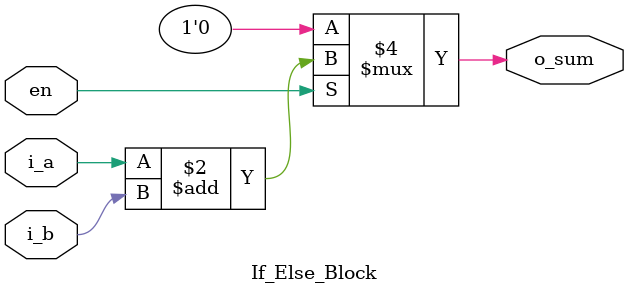
<source format=v>
module If_Else_Block (
    output reg o_sum,
    input i_a,
    input i_b,
    input en
);

//========================================
// Using assign statement
// assign o_sum = (en) ? (i_a + i_b) : (0);
//========================================
// Using always block
// Without clk, using * is easy and useful
always @(*) begin
    if (en) begin
        o_sum = i_a + i_b;
    end else begin
        o_sum = 0;
    end
end

endmodule

</source>
